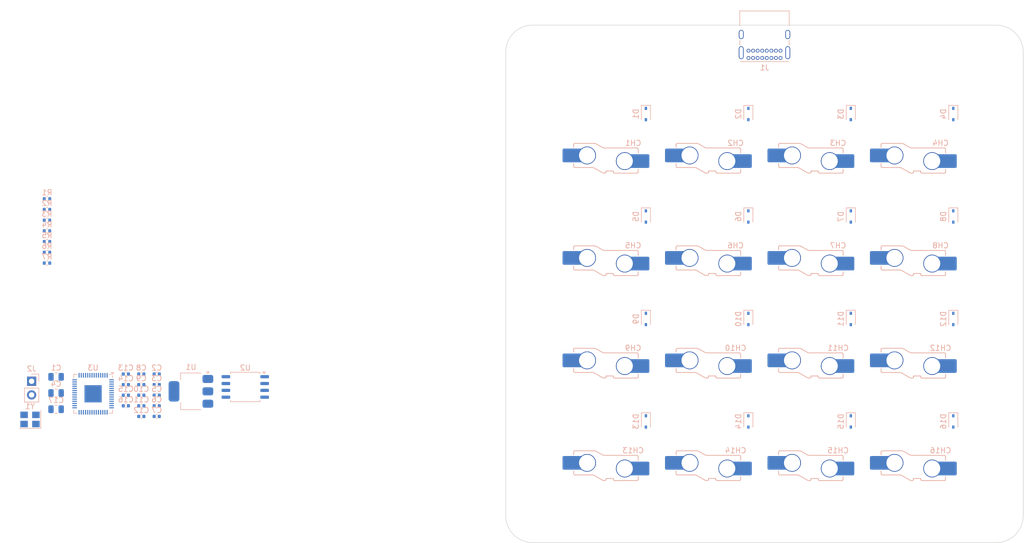
<source format=kicad_pcb>
(kicad_pcb (version 20240108) (generator "pcbnew") (generator_version "8.0")
  (layers (0 "F.Cu" signal) (31 "B.Cu" signal) (34 "B.Paste" user) (35 "F.Paste" user) (36 "B.SilkS" user "B.Silkscreen") (37 "F.SilkS" user "F.Silkscreen") (38 "B.Mask" user) (39 "F.Mask" user) (44 "Edge.Cuts" user))
  (net 0 "")
  (net 1 "VBUS")
  (net 2 "GND")
  (net 3 "/XIN")
  (net 4 "Net-(C3-Pad2)")
  (net 5 "+3V3")
  (net 6 "+1V1")
  (net 7 "Net-(D1-A)")
  (net 8 "/GPIO0")
  (net 9 "/GPIO1")
  (net 10 "Net-(D2-A)")
  (net 11 "/GPIO2")
  (net 12 "Net-(D3-A)")
  (net 13 "Net-(D4-A)")
  (net 14 "/GPIO3")
  (net 15 "Net-(D5-A)")
  (net 16 "Net-(D6-A)")
  (net 17 "Net-(D7-A)")
  (net 18 "Net-(D8-A)")
  (net 19 "Net-(D9-A)")
  (net 20 "Net-(D10-A)")
  (net 21 "Net-(D11-A)")
  (net 22 "Net-(D12-A)")
  (net 23 "Net-(D13-A)")
  (net 24 "Net-(D14-A)")
  (net 25 "Net-(D15-A)")
  (net 26 "Net-(D16-A)")
  (net 27 "/GPIO4")
  (net 28 "/GPIO5")
  (net 29 "/GPIO6")
  (net 30 "/GPIO7")
  (net 31 "/USB_DP")
  (net 33 "Net-(J1-CC2)")
  (net 34 "/USB_DM")
  (net 35 "Net-(J1-CC1)")
  (net 37 "/~{USB_BOOT}")
  (net 38 "/QSPI_SS")
  (net 39 "Net-(U3-USB_DP)")
  (net 40 "Net-(U3-USB_DM)")
  (net 41 "/XOUT")
  (net 42 "/QSPI_SD3")
  (net 43 "/QSPI_SCLK")
  (net 44 "/QSPI_SD1")
  (net 45 "/QSPI_SD0")
  (net 46 "/QSPI_SD2")
  (footprint "MountingHole:MountingHole_3.2mm_M3" (layer "F.Cu") (at 187.4 5)
    (property "Reference" "H2" (hide yes))
    (property "Value" "MountingHole")
    (pad "" np_thru_hole circle (at 0 0) (size 3.2 3.2) (drill 3.2) (layers "*.Cu" "*.Mask"))
  )
  (footprint "MountingHole:MountingHole_3.2mm_M3" (layer "F.Cu") (at 187.4 91.2)
    (property "Reference" "H4" (hide yes))
    (property "Value" "MountingHole")
    (pad "" np_thru_hole circle (at 0 0) (size 3.2 3.2) (drill 3.2) (layers "*.Cu" "*.Mask"))
  )
  (footprint "MountingHole:MountingHole_3.2mm_M3" (layer "F.Cu") (at 101.2 5)
    (property "Reference" "H1" (hide yes))
    (property "Value" "MountingHole")
    (pad "" np_thru_hole circle (at 0 0) (size 3.2 3.2) (drill 3.2) (layers "*.Cu" "*.Mask"))
  )
  (footprint "MountingHole:MountingHole_3.2mm_M3" (layer "F.Cu") (at 101.2 91.2)
    (property "Reference" "H3" (hide yes))
    (property "Value" "MountingHole")
    (pad "" np_thru_hole circle (at 0 0) (size 3.2 3.2) (drill 3.2) (layers "*.Cu" "*.Mask"))
  )
  (footprint "Diode_SMD:D_SOD-323" (layer "B.Cu") (at 141.3 54.625 -90)
    (property "Reference" "D10" (at 0 1.85 90) (layer "B.SilkS") (effects (justify mirror)))
    (property "Value" "1N5819WS")
    (pad "1" smd roundrect (at -1.05 0 270) (size 0.6 0.45) (layers "B.Cu" "B.Paste" "B.Mask") (net 29 "/GPIO6"))
    (pad "2" smd roundrect (at 1.05 0 270) (size 0.6 0.45) (layers "B.Cu" "B.Paste" "B.Mask") (net 20 "Net-(D10-A)"))
  )
  (footprint "Diode_SMD:D_SOD-323" (layer "B.Cu") (at 141.3 16.525 -90)
    (property "Reference" "D2" (at 0 1.85 90) (layer "B.SilkS") (effects (justify mirror)))
    (property "Value" "1N5819WS")
    (pad "1" smd roundrect (at -1.05 0 270) (size 0.6 0.45) (layers "B.Cu" "B.Paste" "B.Mask") (net 27 "/GPIO4"))
    (pad "2" smd roundrect (at 1.05 0 270) (size 0.6 0.45) (layers "B.Cu" "B.Paste" "B.Mask") (net 10 "Net-(D2-A)"))
  )
  (footprint "PCM_marbastlib-xp-gateron_lp:SW_KS33_HS_KS-2P02B01-02_HS_1u" (layer "B.Cu") (at 115.725 57.625 180)
    (property "Reference" "CH9" (at -4.155 -2.4 0) (layer "B.SilkS") (effects (justify mirror)))
    (property "Value" "KS33_SW_HS")
    (pad "" np_thru_hole circle (at 0 0) (size 5.25 5.25) (drill 5.25) (layers "F&B.Cu" "*.Mask"))
    (pad "1" thru_hole circle (at 4.4 -4.7 180) (size 3.3 3.3) (drill 3) (layers "*.Cu" "B.Mask") (net 8 "/GPIO0"))
    (pad "1" smd rect (at 5.95 -4.7 180) (size 1.2 2.55) (layers "B.Cu") (net 8 "/GPIO0"))
    (pad "1" smd roundrect (at 7.645 -4.7 180) (size 2.65 2.55) (layers "B.Cu" "B.Paste" "B.Mask") (roundrect_rratio 0.1) (net 8 "/GPIO0"))
    (pad "2" smd roundrect (at -5.845 -5.75 180) (size 2.65 2.55) (layers "B.Cu" "B.Paste" "B.Mask") (roundrect_rratio 0.1) (net 19 "Net-(D9-A)"))
    (pad "2" smd rect (at -4.15 -5.75) (size 1.2 2.55) (layers "B.Cu") (net 19 "Net-(D9-A)"))
    (pad "2" thru_hole circle (at -2.6 -5.75 180) (size 3.3 3.3) (drill 3) (layers "*.Cu" "B.Mask") (net 19 "Net-(D9-A)"))
  )
  (footprint "Package_TO_SOT_SMD:SOT-223-3_TabPin2" (layer "B.Cu") (at 37.670236 68.08 180)
    (property "Reference" "U1" (at 0 4.5 0) (layer "B.SilkS") (effects (justify mirror)))
    (property "Value" "NCP1117-3.3_SOT223")
    (pad "1" smd roundrect (at -3.15 2.3 180) (size 2 1.5) (layers "B.Cu" "B.Paste" "B.Mask") (net 2 "GND"))
    (pad "2" smd roundrect (at -3.15 0 180) (size 2 1.5) (layers "B.Cu" "B.Paste" "B.Mask") (net 5 "+3V3"))
    (pad "2" smd roundrect (at 3.15 0 180) (size 2 3.8) (layers "B.Cu" "B.Paste" "B.Mask") (net 5 "+3V3"))
    (pad "3" smd roundrect (at -3.15 -2.3 180) (size 2 1.5) (layers "B.Cu" "B.Paste" "B.Mask") (net 1 "VBUS"))
  )
  (footprint "PCM_marbastlib-xp-gateron_lp:SW_KS33_HS_KS-2P02B01-02_HS_1u" (layer "B.Cu") (at 134.775 38.575 180)
    (property "Reference" "CH6" (at -4.155 -2.4 0) (layer "B.SilkS") (effects (justify mirror)))
    (property "Value" "KS33_SW_HS")
    (pad "" np_thru_hole circle (at 0 0) (size 5.25 5.25) (drill 5.25) (layers "F&B.Cu" "*.Mask"))
    (pad "1" thru_hole circle (at 4.4 -4.7 180) (size 3.3 3.3) (drill 3) (layers "*.Cu" "B.Mask") (net 9 "/GPIO1"))
    (pad "1" smd rect (at 5.95 -4.7 180) (size 1.2 2.55) (layers "B.Cu") (net 9 "/GPIO1"))
    (pad "1" smd roundrect (at 7.645 -4.7 180) (size 2.65 2.55) (layers "B.Cu" "B.Paste" "B.Mask") (roundrect_rratio 0.1) (net 9 "/GPIO1"))
    (pad "2" smd roundrect (at -5.845 -5.75 180) (size 2.65 2.55) (layers "B.Cu" "B.Paste" "B.Mask") (roundrect_rratio 0.1) (net 16 "Net-(D6-A)"))
    (pad "2" smd rect (at -4.15 -5.75) (size 1.2 2.55) (layers "B.Cu") (net 16 "Net-(D6-A)"))
    (pad "2" thru_hole circle (at -2.6 -5.75 180) (size 3.3 3.3) (drill 3) (layers "*.Cu" "B.Mask") (net 16 "Net-(D6-A)"))
  )
  (footprint "PCM_marbastlib-xp-gateron_lp:SW_KS33_HS_KS-2P02B01-02_HS_1u" (layer "B.Cu") (at 153.825 38.575 180)
    (property "Reference" "CH7" (at -4.155 -2.4 0) (layer "B.SilkS") (effects (justify mirror)))
    (property "Value" "KS33_SW_HS")
    (pad "" np_thru_hole circle (at 0 0) (size 5.25 5.25) (drill 5.25) (layers "F&B.Cu" "*.Mask"))
    (pad "1" thru_hole circle (at 4.4 -4.7 180) (size 3.3 3.3) (drill 3) (layers "*.Cu" "B.Mask") (net 11 "/GPIO2"))
    (pad "1" smd rect (at 5.95 -4.7 180) (size 1.2 2.55) (layers "B.Cu") (net 11 "/GPIO2"))
    (pad "1" smd roundrect (at 7.645 -4.7 180) (size 2.65 2.55) (layers "B.Cu" "B.Paste" "B.Mask") (roundrect_rratio 0.1) (net 11 "/GPIO2"))
    (pad "2" smd roundrect (at -5.845 -5.75 180) (size 2.65 2.55) (layers "B.Cu" "B.Paste" "B.Mask") (roundrect_rratio 0.1) (net 17 "Net-(D7-A)"))
    (pad "2" smd rect (at -4.15 -5.75) (size 1.2 2.55) (layers "B.Cu") (net 17 "Net-(D7-A)"))
    (pad "2" thru_hole circle (at -2.6 -5.75 180) (size 3.3 3.3) (drill 3) (layers "*.Cu" "B.Mask") (net 17 "Net-(D7-A)"))
  )
  (footprint "Crystal:Crystal_SMD_3225-4Pin_3.2x2.5mm" (layer "B.Cu") (at 7.750236 73.305 180)
    (property "Reference" "Y1" (at 0 2.45 0) (layer "B.SilkS") (effects (justify mirror)))
    (property "Value" "Crystal_GND24")
    (pad "1" smd rect (at -1.1 -0.85 180) (size 1.4 1.2) (layers "B.Cu" "B.Paste" "B.Mask") (net 3 "/XIN"))
    (pad "2" smd rect (at 1.1 -0.85 180) (size 1.4 1.2) (layers "B.Cu" "B.Paste" "B.Mask") (net 2 "GND"))
    (pad "3" smd rect (at 1.1 0.85 180) (size 1.4 1.2) (layers "B.Cu" "B.Paste" "B.Mask") (net 4 "Net-(C3-Pad2)"))
    (pad "4" smd rect (at -1.1 0.85 180) (size 1.4 1.2) (layers "B.Cu" "B.Paste" "B.Mask") (net 2 "GND"))
  )
  (footprint "Capacitor_SMD:C_0402_1005Metric" (layer "B.Cu") (at 31.310236 70.775 180)
    (property "Reference" "C6" (at 0 1.16 0) (layer "B.SilkS") (effects (justify mirror)))
    (property "Value" "100n")
    (pad "1" smd roundrect (at -0.48 0 180) (size 0.56 0.62) (layers "B.Cu" "B.Paste" "B.Mask") (net 6 "+1V1"))
    (pad "2" smd roundrect (at 0.48 0 180) (size 0.56 0.62) (layers "B.Cu" "B.Paste" "B.Mask") (net 2 "GND"))
  )
  (footprint "PCM_marbastlib-xp-gateron_lp:SW_KS33_HS_KS-2P02B01-02_HS_1u" (layer "B.Cu") (at 115.725 38.575 180)
    (property "Reference" "CH5" (at -4.155 -2.4 0) (layer "B.SilkS") (effects (justify mirror)))
    (property "Value" "KS33_SW_HS")
    (pad "" np_thru_hole circle (at 0 0) (size 5.25 5.25) (drill 5.25) (layers "F&B.Cu" "*.Mask"))
    (pad "1" thru_hole circle (at 4.4 -4.7 180) (size 3.3 3.3) (drill 3) (layers "*.Cu" "B.Mask") (net 8 "/GPIO0"))
    (pad "1" smd rect (at 5.95 -4.7 180) (size 1.2 2.55) (layers "B.Cu") (net 8 "/GPIO0"))
    (pad "1" smd roundrect (at 7.645 -4.7 180) (size 2.65 2.55) (layers "B.Cu" "B.Paste" "B.Mask") (roundrect_rratio 0.1) (net 8 "/GPIO0"))
    (pad "2" smd roundrect (at -5.845 -5.75 180) (size 2.65 2.55) (layers "B.Cu" "B.Paste" "B.Mask") (roundrect_rratio 0.1) (net 15 "Net-(D5-A)"))
    (pad "2" smd rect (at -4.15 -5.75) (size 1.2 2.55) (layers "B.Cu") (net 15 "Net-(D5-A)"))
    (pad "2" thru_hole circle (at -2.6 -5.75 180) (size 3.3 3.3) (drill 3) (layers "*.Cu" "B.Mask") (net 15 "Net-(D5-A)"))
  )
  (footprint "Diode_SMD:D_SOD-323" (layer "B.Cu") (at 160.35 35.575 -90)
    (property "Reference" "D7" (at 0 1.85 90) (layer "B.SilkS") (effects (justify mirror)))
    (property "Value" "1N5819WS")
    (pad "1" smd roundrect (at -1.05 0 270) (size 0.6 0.45) (layers "B.Cu" "B.Paste" "B.Mask") (net 28 "/GPIO5"))
    (pad "2" smd roundrect (at 1.05 0 270) (size 0.6 0.45) (layers "B.Cu" "B.Paste" "B.Mask") (net 17 "Net-(D7-A)"))
  )
  (footprint "PCM_marbastlib-xp-gateron_lp:SW_KS33_HS_KS-2P02B01-02_HS_1u" (layer "B.Cu") (at 134.775 57.625 180)
    (property "Reference" "CH10" (at -4.155 -2.4 0) (layer "B.SilkS") (effects (justify mirror)))
    (property "Value" "KS33_SW_HS")
    (pad "" np_thru_hole circle (at 0 0) (size 5.25 5.25) (drill 5.25) (layers "F&B.Cu" "*.Mask"))
    (pad "1" thru_hole circle (at 4.4 -4.7 180) (size 3.3 3.3) (drill 3) (layers "*.Cu" "B.Mask") (net 9 "/GPIO1"))
    (pad "1" smd rect (at 5.95 -4.7 180) (size 1.2 2.55) (layers "B.Cu") (net 9 "/GPIO1"))
    (pad "1" smd roundrect (at 7.645 -4.7 180) (size 2.65 2.55) (layers "B.Cu" "B.Paste" "B.Mask") (roundrect_rratio 0.1) (net 9 "/GPIO1"))
    (pad "2" smd roundrect (at -5.845 -5.75 180) (size 2.65 2.55) (layers "B.Cu" "B.Paste" "B.Mask") (roundrect_rratio 0.1) (net 20 "Net-(D10-A)"))
    (pad "2" smd rect (at -4.15 -5.75) (size 1.2 2.55) (layers "B.Cu") (net 20 "Net-(D10-A)"))
    (pad "2" thru_hole circle (at -2.6 -5.75 180) (size 3.3 3.3) (drill 3) (layers "*.Cu" "B.Mask") (net 20 "Net-(D10-A)"))
  )
  (footprint "PCM_marbastlib-xp-gateron_lp:SW_KS33_HS_KS-2P02B01-02_HS_1u" (layer "B.Cu") (at 153.825 57.625 180)
    (property "Reference" "CH11" (at -4.155 -2.4 0) (layer "B.SilkS") (effects (justify mirror)))
    (property "Value" "KS33_SW_HS")
    (pad "" np_thru_hole circle (at 0 0) (size 5.25 5.25) (drill 5.25) (layers "F&B.Cu" "*.Mask"))
    (pad "1" thru_hole circle (at 4.4 -4.7 180) (size 3.3 3.3) (drill 3) (layers "*.Cu" "B.Mask") (net 11 "/GPIO2"))
    (pad "1" smd rect (at 5.95 -4.7 180) (size 1.2 2.55) (layers "B.Cu") (net 11 "/GPIO2"))
    (pad "1" smd roundrect (at 7.645 -4.7 180) (size 2.65 2.55) (layers "B.Cu" "B.Paste" "B.Mask") (roundrect_rratio 0.1) (net 11 "/GPIO2"))
    (pad "2" smd roundrect (at -5.845 -5.75 180) (size 2.65 2.55) (layers "B.Cu" "B.Paste" "B.Mask") (roundrect_rratio 0.1) (net 21 "Net-(D11-A)"))
    (pad "2" smd rect (at -4.15 -5.75) (size 1.2 2.55) (layers "B.Cu") (net 21 "Net-(D11-A)"))
    (pad "2" thru_hole circle (at -2.6 -5.75 180) (size 3.3 3.3) (drill 3) (layers "*.Cu" "B.Mask") (net 21 "Net-(D11-A)"))
  )
  (footprint "Capacitor_SMD:C_0805_2012Metric" (layer "B.Cu") (at 12.600236 71.405 180)
    (property "Reference" "C17" (at 0 1.68 0) (layer "B.SilkS") (effects (justify mirror)))
    (property "Value" "10u")
    (pad "1" smd roundrect (at -0.95 0 180) (size 1 1.45) (layers "B.Cu" "B.Paste" "B.Mask") (net 5 "+3V3"))
    (pad "2" smd roundrect (at 0.95 0 180) (size 1 1.45) (layers "B.Cu" "B.Paste" "B.Mask") (net 2 "GND"))
  )
  (footprint "Capacitor_SMD:C_0402_1005Metric" (layer "B.Cu") (at 25.570236 70.775 180)
    (property "Reference" "C16" (at 0 1.16 0) (layer "B.SilkS") (effects (justify mirror)))
    (property "Value" "100n")
    (pad "1" smd roundrect (at -0.48 0 180) (size 0.56 0.62) (layers "B.Cu" "B.Paste" "B.Mask") (net 5 "+3V3"))
    (pad "2" smd roundrect (at 0.48 0 180) (size 0.56 0.62) (layers "B.Cu" "B.Paste" "B.Mask") (net 2 "GND"))
  )
  (footprint "Capacitor_SMD:C_0805_2012Metric" (layer "B.Cu") (at 12.600236 65.385 180)
    (property "Reference" "C1" (at 0 1.68 0) (layer "B.SilkS") (effects (justify mirror)))
    (property "Value" "10u")
    (pad "1" smd roundrect (at -0.95 0 180) (size 1 1.45) (layers "B.Cu" "B.Paste" "B.Mask") (net 1 "VBUS"))
    (pad "2" smd roundrect (at 0.95 0 180) (size 1 1.45) (layers "B.Cu" "B.Paste" "B.Mask") (net 2 "GND"))
  )
  (footprint "Diode_SMD:D_SOD-323" (layer "B.Cu") (at 160.35 73.675 -90)
    (property "Reference" "D15" (at 0 1.85 90) (layer "B.SilkS") (effects (justify mirror)))
    (property "Value" "1N5819WS")
    (pad "1" smd roundrect (at -1.05 0 270) (size 0.6 0.45) (layers "B.Cu" "B.Paste" "B.Mask") (net 30 "/GPIO7"))
    (pad "2" smd roundrect (at 1.05 0 270) (size 0.6 0.45) (layers "B.Cu" "B.Paste" "B.Mask") (net 25 "Net-(D15-A)"))
  )
  (footprint "PCM_marbastlib-xp-gateron_lp:SW_KS33_HS_KS-2P02B01-02_HS_1u" (layer "B.Cu") (at 172.875 19.525 180)
    (property "Reference" "CH4" (at -4.155 -2.4 0) (layer "B.SilkS") (effects (justify mirror)))
    (property "Value" "KS33_SW_HS")
    (pad "" np_thru_hole circle (at 0 0) (size 5.25 5.25) (drill 5.25) (layers "F&B.Cu" "*.Mask"))
    (pad "1" thru_hole circle (at 4.4 -4.7 180) (size 3.3 3.3) (drill 3) (layers "*.Cu" "B.Mask") (net 14 "/GPIO3"))
    (pad "1" smd rect (at 5.95 -4.7 180) (size 1.2 2.55) (layers "B.Cu") (net 14 "/GPIO3"))
    (pad "1" smd roundrect (at 7.645 -4.7 180) (size 2.65 2.55) (layers "B.Cu" "B.Paste" "B.Mask") (roundrect_rratio 0.1) (net 14 "/GPIO3"))
    (pad "2" smd roundrect (at -5.845 -5.75 180) (size 2.65 2.55) (layers "B.Cu" "B.Paste" "B.Mask") (roundrect_rratio 0.1) (net 13 "Net-(D4-A)"))
    (pad "2" smd rect (at -4.15 -5.75) (size 1.2 2.55) (layers "B.Cu") (net 13 "Net-(D4-A)"))
    (pad "2" thru_hole circle (at -2.6 -5.75 180) (size 3.3 3.3) (drill 3) (layers "*.Cu" "B.Mask") (net 13 "Net-(D4-A)"))
  )
  (footprint "Resistor_SMD:R_0402_1005Metric" (layer "B.Cu") (at 10.910236 34.285 180)
    (property "Reference" "R2" (at 0 1.17 0) (layer "B.SilkS") (effects (justify mirror)))
    (property "Value" "DNF")
    (pad "1" smd roundrect (at -0.51 0 180) (size 0.54 0.64) (layers "B.Cu" "B.Paste" "B.Mask") (net 38 "/QSPI_SS"))
    (pad "2" smd roundrect (at 0.51 0 180) (size 0.54 0.64) (layers "B.Cu" "B.Paste" "B.Mask") (net 5 "+3V3"))
  )
  (footprint "Capacitor_SMD:C_0402_1005Metric" (layer "B.Cu") (at 28.440236 68.805 180)
    (property "Reference" "C10" (at 0 1.16 0) (layer "B.SilkS") (effects (justify mirror)))
    (property "Value" "1u")
    (pad "1" smd roundrect (at -0.48 0 180) (size 0.56 0.62) (layers "B.Cu" "B.Paste" "B.Mask") (net 5 "+3V3"))
    (pad "2" smd roundrect (at 0.48 0 180) (size 0.56 0.62) (layers "B.Cu" "B.Paste" "B.Mask") (net 2 "GND"))
  )
  (footprint "Connector_USB:USB_C_Receptacle_GCT_USB4085" (layer "B.Cu") (at 141.325 6.1)
    (property "Reference" "J1" (at 2.975 1.8 360) (layer "B.SilkS") (effects (justify mirror)))
    (property "Value" "USB_C_Receptacle_USB2.0_16P")
    (pad "A1" thru_hole circle (at 0 0) (size 0.7 0.7) (drill 0.4) (layers "*.Cu" "*.Mask") (net 2 "GND"))
    (pad "A4" thru_hole circle (at 0.85 0) (size 0.7 0.7) (drill 0.4) (layers "*.Cu" "*.Mask") (net 1 "VBUS"))
    (pad "A5" thru_hole circle (at 1.7 0) (size 0.7 0.7) (drill 0.4) (layers "*.Cu" "*.Mask") (net 35 "Net-(J1-CC1)"))
    (pad "A6" thru_hole circle (at 2.55 0) (size 0.7 0.7) (drill 0.4) (layers "*.Cu" "*.Mask") (net 31 "/USB_DP"))
    (pad "A7" thru_hole circle (at 3.4 0) (size 0.7 0.7) (drill 0.4) (layers "*.Cu" "*.Mask") (net 34 "/USB_DM"))
    (pad "A8" thru_hole circle (at 4.25 0) (size 0.7 0.7) (drill 0.4) (layers "*.Cu" "*.Mask"))
    (pad "A9" thru_hole circle (at 5.1 0) (size 0.7 0.7) (drill 0.4) (layers "*.Cu" "*.Mask") (net 1 "VBUS"))
    (pad "A12" thru_hole circle (at 5.95 0) (size 0.7 0.7) (drill 0.4) (layers "*.Cu" "*.Mask") (net 2 "GND"))
    (pad "B1" thru_hole circle (at 5.95 -1.35) (size 0.7 0.7) (drill 0.4) (layers "*.Cu" "*.Mask") (net 2 "GND"))
    (pad "B4" thru_hole circle (at 5.1 -1.35) (size 0.7 0.7) (drill 0.4) (layers "*.Cu" "*.Mask") (net 1 "VBUS"))
    (pad "B5" thru_hole circle (at 4.25 -1.35) (size 0.7 0.7) (drill 0.4) (layers "*.Cu" "*.Mask") (net 33 "Net-(J1-CC2)"))
    (pad "B6" thru_hole circle (at 3.4 -1.35) (size 0.7 0.7) (drill 0.4) (layers "*.Cu" "*.Mask") (net 31 "/USB_DP"))
    (pad "B7" thru_hole circle (at 2.55 -1.35) (size 0.7 0.7) (drill 0.4) (layers "*.Cu" "*.Mask") (net 34 "/USB_DM"))
    (pad "B8" thru_hole circle (at 1.7 -1.35) (size 0.7 0.7) (drill 0.4) (layers "*.Cu" "*.Mask"))
    (pad "B9" thru_hole circle (at 0.85 -1.35) (size 0.7 0.7) (drill 0.4) (layers "*.Cu" "*.Mask") (net 1 "VBUS"))
    (pad "B12" thru_hole circle (at 0 -1.35) (size 0.7 0.7) (drill 0.4) (layers "*.Cu" "*.Mask") (net 2 "GND"))
    (pad "S1" thru_hole oval (at -1.35 -4.36) (size 0.9 1.7) (drill oval 0.6 1.4) (layers "*.Cu" "*.Mask") (net 2 "GND"))
    (pad "S1" thru_hole oval (at -1.35 -0.98) (size 0.9 2.4) (drill oval 0.6 2.1) (layers "*.Cu" "*.Mask") (net 2 "GND"))
    (pad "S1" thru_hole oval (at 7.3 -4.36) (size 0.9 1.7) (drill oval 0.6 1.4) (layers "*.Cu" "*.Mask") (net 2 "GND"))
    (pad "S1" thru_hole oval (at 7.3 -0.98) (size 0.9 2.4) (drill oval 0.6 2.1) (layers "*.Cu" "*.Mask") (net 2 "GND"))
  )
  (footprint "Resistor_SMD:R_0402_1005Metric" (layer "B.Cu") (at 10.910236 40.255 180)
    (property "Reference" "R5" (at 0 1.17 0) (layer "B.SilkS") (effects (justify mirror)))
    (property "Value" "1k")
    (pad "1" smd roundrect (at -0.51 0 180) (size 0.54 0.64) (layers "B.Cu" "B.Paste" "B.Mask") (net 4 "Net-(C3-Pad2)"))
    (pad "2" smd roundrect (at 0.51 0 180) (size 0.54 0.64) (layers "B.Cu" "B.Paste" "B.Mask") (net 41 "/XOUT"))
  )
  (footprint "Diode_SMD:D_SOD-323" (layer "B.Cu") (at 141.3 73.675 -90)
    (property "Reference" "D14" (at 0 1.85 90) (layer "B.SilkS") (effects (justify mirror)))
    (property "Value" "1N5819WS")
    (pad "1" smd roundrect (at -1.05 0 270) (size 0.6 0.45) (layers "B.Cu" "B.Paste" "B.Mask") (net 30 "/GPIO7"))
    (pad "2" smd roundrect (at 1.05 0 270) (size 0.6 0.45) (layers "B.Cu" "B.Paste" "B.Mask") (net 24 "Net-(D14-A)"))
  )
  (footprint "Capacitor_SMD:C_0402_1005Metric" (layer "B.Cu") (at 31.310236 66.835 180)
    (property "Reference" "C3" (at 0 1.16 0) (layer "B.SilkS") (effects (justify mirror)))
    (property "Value" "15p")
    (pad "1" smd roundrect (at -0.48 0 180) (size 0.56 0.62) (layers "B.Cu" "B.Paste" "B.Mask") (net 2 "GND"))
    (pad "2" smd roundrect (at 0.48 0 180) (size 0.56 0.62) (layers "B.Cu" "B.Paste" "B.Mask") (net 4 "Net-(C3-Pad2)"))
  )
  (footprint "PCM_marbastlib-xp-gateron_lp:SW_KS33_HS_KS-2P02B01-02_HS_1u" (layer "B.Cu") (at 172.875 57.625 180)
    (property "Reference" "CH12" (at -4.155 -2.4 0) (layer "B.SilkS") (effects (justify mirror)))
    (property "Value" "KS33_SW_HS")
    (pad "" np_thru_hole circle (at 0 0) (size 5.25 5.25) (drill 5.25) (layers "F&B.Cu" "*.Mask"))
    (pad "1" thru_hole circle (at 4.4 -4.7 180) (size 3.3 3.3) (drill 3) (layers "*.Cu" "B.Mask") (net 14 "/GPIO3"))
    (pad "1" smd rect (at 5.95 -4.7 180) (size 1.2 2.55) (layers "B.Cu") (net 14 "/GPIO3"))
    (pad "1" smd roundrect (at 7.645 -4.7 180) (size 2.65 2.55) (layers "B.Cu" "B.Paste" "B.Mask") (roundrect_rratio 0.1) (net 14 "/GPIO3"))
    (pad "2" smd roundrect (at -5.845 -5.75 180) (size 2.65 2.55) (layers "B.Cu" "B.Paste" "B.Mask") (roundrect_rratio 0.1) (net 22 "Net-(D12-A)"))
    (pad "2" smd rect (at -4.15 -5.75) (size 1.2 2.55) (layers "B.Cu") (net 22 "Net-(D12-A)"))
    (pad "2" thru_hole circle (at -2.6 -5.75 180) (size 3.3 3.3) (drill 3) (layers "*.Cu" "B.Mask") (net 22 "Net-(D12-A)"))
  )
  (footprint "Capacitor_SMD:C_0805_2012Metric" (layer "B.Cu") (at 12.600236 68.395 180)
    (property "Reference" "C4" (at 0 1.68 0) (layer "B.SilkS") (effects (justify mirror)))
    (property "Value" "10u")
    (pad "1" smd roundrect (at -0.95 0 180) (size 1 1.45) (layers "B.Cu" "B.Paste" "B.Mask") (net 5 "+3V3"))
    (pad "2" smd roundrect (at 0.95 0 180) (size 1 1.45) (layers "B.Cu" "B.Paste" "B.Mask") (net 2 "GND"))
  )
  (footprint "Capacitor_SMD:C_0402_1005Metric" (layer "B.Cu") (at 25.570236 64.865 180)
    (property "Reference" "C13" (at 0 1.16 0) (layer "B.SilkS") (effects (justify mirror)))
    (property "Value" "100n")
    (pad "1" smd roundrect (at -0.48 0 180) (size 0.56 0.62) (layers "B.Cu" "B.Paste" "B.Mask") (net 5 "+3V3"))
    (pad "2" smd roundrect (at 0.48 0 180) (size 0.56 0.62) (layers "B.Cu" "B.Paste" "B.Mask") (net 2 "GND"))
  )
  (footprint "Capacitor_SMD:C_0402_1005Metric" (layer "B.Cu") (at 31.310236 72.745 180)
    (property "Reference" "C7" (at 0 1.16 0) (layer "B.SilkS") (effects (justify mirror)))
    (property "Value" "100n")
    (pad "1" smd roundrect (at -0.48 0 180) (size 0.56 0.62) (layers "B.Cu" "B.Paste" "B.Mask") (net 6 "+1V1"))
    (pad "2" smd roundrect (at 0.48 0 180) (size 0.56 0.62) (layers "B.Cu" "B.Paste" "B.Mask") (net 2 "GND"))
  )
  (footprint "Diode_SMD:D_SOD-323" (layer "B.Cu") (at 179.4 54.625 -90)
    (property "Reference" "D12" (at 0 1.85 90) (layer "B.SilkS") (effects (justify mirror)))
    (property "Value" "1N5819WS")
    (pad "1" smd roundrect (at -1.05 0 270) (size 0.6 0.45) (layers "B.Cu" "B.Paste" "B.Mask") (net 29 "/GPIO6"))
    (pad "2" smd roundrect (at 1.05 0 270) (size 0.6 0.45) (layers "B.Cu" "B.Paste" "B.Mask") (net 22 "Net-(D12-A)"))
  )
  (footprint "Connector_PinHeader_2.54mm:PinHeader_1x02_P2.54mm_Vertical" (layer "B.Cu") (at 8.050236 66.205 180)
    (property "Reference" "J2" (at 0 2.33 0) (layer "B.SilkS") (effects (justify mirror)))
    (property "Value" "Conn_01x02")
    (pad "1" thru_hole rect (at 0 0 180) (size 1.7 1.7) (drill 1) (layers "*.Cu" "*.Mask") (net 37 "/~{USB_BOOT}"))
    (pad "2" thru_hole oval (at 0 -2.54 180) (size 1.7 1.7) (drill 1) (layers "*.Cu" "*.Mask") (net 2 "GND"))
  )
  (footprint "Diode_SMD:D_SOD-323" (layer "B.Cu") (at 122.25 73.675 -90)
    (property "Reference" "D13" (at 0 1.85 90) (layer "B.SilkS") (effects (justify mirror)))
    (property "Value" "1N5819WS")
    (pad "1" smd roundrect (at -1.05 0 270) (size 0.6 0.45) (layers "B.Cu" "B.Paste" "B.Mask") (net 30 "/GPIO7"))
    (pad "2" smd roundrect (at 1.05 0 270) (size 0.6 0.45) (layers "B.Cu" "B.Paste" "B.Mask") (net 23 "Net-(D13-A)"))
  )
  (footprint "Resistor_SMD:R_0402_1005Metric" (layer "B.Cu") (at 10.910236 36.275 180)
    (property "Reference" "R3" (at 0 1.17 0) (layer "B.SilkS") (effects (justify mirror)))
    (property "Value" "27")
    (pad "1" smd roundrect (at -0.51 0 180) (size 0.54 0.64) (layers "B.Cu" "B.Paste" "B.Mask") (net 31 "/USB_DP"))
    (pad "2" smd roundrect (at 0.51 0 180) (size 0.54 0.64) (layers "B.Cu" "B.Paste" "B.Mask") (net 39 "Net-(U3-USB_DP)"))
  )
  (footprint "Diode_SMD:D_SOD-323" (layer "B.Cu") (at 179.4 73.675 -90)
    (property "Reference" "D16" (at 0 1.85 90) (layer "B.SilkS") (effects (justify mirror)))
    (property "Value" "1N5819WS")
    (pad "1" smd roundrect (at -1.05 0 270) (size 0.6 0.45) (layers "B.Cu" "B.Paste" "B.Mask") (net 30 "/GPIO7"))
    (pad "2" smd roundrect (at 1.05 0 270) (size 0.6 0.45) (layers "B.Cu" "B.Paste" "B.Mask") (net 26 "Net-(D16-A)"))
  )
  (footprint "Capacitor_SMD:C_0402_1005Metric" (layer "B.Cu") (at 28.440236 64.865 180)
    (property "Reference" "C8" (at 0 1.16 0) (layer "B.SilkS") (effects (justify mirror)))
    (property "Value" "1u")
    (pad "1" smd roundrect (at -0.48 0 180) (size 0.56 0.62) (layers "B.Cu" "B.Paste" "B.Mask") (net 6 "+1V1"))
    (pad "2" smd roundrect (at 0.48 0 180) (size 0.56 0.62) (layers "B.Cu" "B.Paste" "B.Mask") (net 2 "GND"))
  )
  (footprint "Package_SO:SOIC-8_5.23x5.23mm_P1.27mm" (layer "B.Cu") (at 47.770236 67.265 180)
    (property "Reference" "U2" (at 0 3.56 0) (layer "B.SilkS") (effects (justify mirror)))
    (property "Value" "W25Q128JVS")
    (pad "1" smd roundrect (at -3.6 1.905 180) (size 1.6 0.6) (layers "B.Cu" "B.Paste" "B.Mask") (net 38 "/QSPI_SS"))
    (pad "2" smd roundrect (at -3.6 0.635 180) (size 1.6 0.6) (layers "B.Cu" "B.Paste" "B.Mask") (net 44 "/QSPI_SD1"))
    (pad "3" smd roundrect (at -3.6 -0.635 180) (size 1.6 0.6) (layers "B.Cu" "B.Paste" "B.Mask") (net 46 "/QSPI_SD2"))
    (pad "4" smd roundrect (at -3.6 -1.905 180) (size 1.6 0.6) (layers "B.Cu" "B.Paste" "B.Mask") (net 2 "GND"))
    (pad "5" smd roundrect (at 3.6 -1.905 180) (size 1.6 0.6) (layers "B.Cu" "B.Paste" "B.Mask") (net 45 "/QSPI_SD0"))
    (pad "6" smd roundrect (at 3.6 -0.635 180) (size 1.6 0.6) (layers "B.Cu" "B.Paste" "B.Mask") (net 43 "/QSPI_SCLK"))
    (pad "7" smd roundrect (at 3.6 0.635 180) (size 1.6 0.6) (layers "B.Cu" "B.Paste" "B.Mask") (net 42 "/QSPI_SD3"))
    (pad "8" smd roundrect (at 3.6 1.905 180) (size 1.6 0.6) (layers "B.Cu" "B.Paste" "B.Mask") (net 5 "+3V3"))
  )
  (footprint "Capacitor_SMD:C_0402_1005Metric" (layer "B.Cu") (at 31.310236 68.805 180)
    (property "Reference" "C5" (at 0 1.16 0) (layer "B.SilkS") (effects (justify mirror)))
    (property "Value" "100n")
    (pad "1" smd roundrect (at -0.48 0 180) (size 0.56 0.62) (layers "B.Cu" "B.Paste" "B.Mask") (net 5 "+3V3"))
    (pad "2" smd roundrect (at 0.48 0 180) (size 0.56 0.62) (layers "B.Cu" "B.Paste" "B.Mask") (net 2 "GND"))
  )
  (footprint "Resistor_SMD:R_0402_1005Metric" (layer "B.Cu") (at 10.910236 44.235 180)
    (property "Reference" "R7" (at 0 1.17 0) (layer "B.SilkS") (effects (justify mirror)))
    (property "Value" "5.1k")
    (pad "1" smd roundrect (at -0.51 0 180) (size 0.54 0.64) (layers "B.Cu" "B.Paste" "B.Mask") (net 33 "Net-(J1-CC2)"))
    (pad "2" smd roundrect (at 0.51 0 180) (size 0.54 0.64) (layers "B.Cu" "B.Paste" "B.Mask") (net 2 "GND"))
  )
  (footprint "Resistor_SMD:R_0402_1005Metric" (layer "B.Cu") (at 10.910236 38.265 180)
    (property "Reference" "R4" (at 0 1.17 0) (layer "B.SilkS") (effects (justify mirror)))
    (property "Value" "27")
    (pad "1" smd roundrect (at -0.51 0 180) (size 0.54 0.64) (layers "B.Cu" "B.Paste" "B.Mask") (net 34 "/USB_DM"))
    (pad "2" smd roundrect (at 0.51 0 180) (size 0.54 0.64) (layers "B.Cu" "B.Paste" "B.Mask") (net 40 "Net-(U3-USB_DM)"))
  )
  (footprint "Resistor_SMD:R_0402_1005Metric" (layer "B.Cu") (at 10.910236 42.245 180)
    (property "Reference" "R6" (at 0 1.17 0) (layer "B.SilkS") (effects (justify mirror)))
    (property "Value" "5.1k")
    (pad "1" smd roundrect (at -0.51 0 180) (size 0.54 0.64) (layers "B.Cu" "B.Paste" "B.Mask") (net 35 "Net-(J1-CC1)"))
    (pad "2" smd roundrect (at 0.51 0 180) (size 0.54 0.64) (layers "B.Cu" "B.Paste" "B.Mask") (net 2 "GND"))
  )
  (footprint "Resistor_SMD:R_0402_1005Metric" (layer "B.Cu") (at 10.910236 32.295 180)
    (property "Reference" "R1" (at 0 1.17 0) (layer "B.SilkS") (effects (justify mirror)))
    (property "Value" "1k")
    (pad "1" smd roundrect (at -0.51 0 180) (size 0.54 0.64) (layers "B.Cu" "B.Paste" "B.Mask") (net 38 "/QSPI_SS"))
    (pad "2" smd roundrect (at 0.51 0 180) (size 0.54 0.64) (layers "B.Cu" "B.Paste" "B.Mask") (net 37 "/~{USB_BOOT}"))
  )
  (footprint "Capacitor_SMD:C_0402_1005Metric" (layer "B.Cu") (at 28.440236 70.775 180)
    (property "Reference" "C11" (at 0 1.16 0) (layer "B.SilkS") (effects (justify mirror)))
    (property "Value" "100n")
    (pad "1" smd roundrect (at -0.48 0 180) (size 0.56 0.62) (layers "B.Cu" "B.Paste" "B.Mask") (net 5 "+3V3"))
    (pad "2" smd roundrect (at 0.48 0 180) (size 0.56 0.62) (layers "B.Cu" "B.Paste" "B.Mask") (net 2 "GND"))
  )
  (footprint "Capacitor_SMD:C_0402_1005Metric" (layer "B.Cu") (at 28.440236 66.835 180)
    (property "Reference" "C9" (at 0 1.16 0) (layer "B.SilkS") (effects (justify mirror)))
    (property "Value" "100n")
    (pad "1" smd roundrect (at -0.48 0 180) (size 0.56 0.62) (layers "B.Cu" "B.Paste" "B.Mask") (net 5 "+3V3"))
    (pad "2" smd roundrect (at 0.48 0 180) (size 0.56 0.62) (layers "B.Cu" "B.Paste" "B.Mask") (net 2 "GND"))
  )
  (footprint "Diode_SMD:D_SOD-323" (layer "B.Cu") (at 141.3 35.575 -90)
    (property "Reference" "D6" (at 0 1.85 90) (layer "B.SilkS") (effects (justify mirror)))
    (property "Value" "1N5819WS")
    (pad "1" smd roundrect (at -1.05 0 270) (size 0.6 0.45) (layers "B.Cu" "B.Paste" "B.Mask") (net 28 "/GPIO5"))
    (pad "2" smd roundrect (at 1.05 0 270) (size 0.6 0.45) (layers "B.Cu" "B.Paste" "B.Mask") (net 16 "Net-(D6-A)"))
  )
  (footprint "Diode_SMD:D_SOD-323" (layer "B.Cu") (at 160.35 54.625 -90)
    (property "Reference" "D11" (at 0 1.85 90) (layer "B.SilkS") (effects (justify mirror)))
    (property "Value" "1N5819WS")
    (pad "1" smd roundrect (at -1.05 0 270) (size 0.6 0.45) (layers "B.Cu" "B.Paste" "B.Mask") (net 29 "/GPIO6"))
    (pad "2" smd roundrect (at 1.05 0 270) (size 0.6 0.45) (layers "B.Cu" "B.Paste" "B.Mask") (net 21 "Net-(D11-A)"))
  )
  (footprint "Capacitor_SMD:C_0402_1005Metric" (layer "B.Cu") (at 31.310236 64.865 180)
    (property "Reference" "C2" (at 0 1.16 0) (layer "B.SilkS") (effects (justify mirror)))
    (property "Value" "15p")
    (pad "1" smd roundrect (at -0.48 0 180) (size 0.56 0.62) (layers "B.Cu" "B.Paste" "B.Mask") (net 2 "GND"))
    (pad "2" smd roundrect (at 0.48 0 180) (size 0.56 0.62) (layers "B.Cu" "B.Paste" "B.Mask") (net 3 "/XIN"))
  )
  (footprint "Capacitor_SMD:C_0402_1005Metric" (layer "B.Cu") (at 28.440236 72.745 180)
    (property "Reference" "C12" (at 0 1.16 0) (layer "B.SilkS") (effects (justify mirror)))
    (property "Value" "100n")
    (pad "1" smd roundrect (at -0.48 0 180) (size 0.56 0.62) (layers "B.Cu" "B.Paste" "B.Mask") (net 5 "+3V3"))
    (pad "2" smd roundrect (at 0.48 0 180) (size 0.56 0.62) (layers "B.Cu" "B.Paste" "B.Mask") (net 2 "GND"))
  )
  (footprint "PCM_marbastlib-xp-gateron_lp:SW_KS33_HS_KS-2P02B01-02_HS_1u" (layer "B.Cu") (at 153.825 76.675 180)
    (property "Reference" "CH15" (at -4.155 -2.4 0) (layer "B.SilkS") (effects (justify mirror)))
    (property "Value" "KS33_SW_HS")
    (pad "" np_thru_hole circle (at 0 0) (size 5.25 5.25) (drill 5.25) (layers "F&B.Cu" "*.Mask"))
    (pad "1" thru_hole circle (at 4.4 -4.7 180) (size 3.3 3.3) (drill 3) (layers "*.Cu" "B.Mask") (net 11 "/GPIO2"))
    (pad "1" smd rect (at 5.95 -4.7 180) (size 1.2 2.55) (layers "B.Cu") (net 11 "/GPIO2"))
    (pad "1" smd roundrect (at 7.645 -4.7 180) (size 2.65 2.55) (layers "B.Cu" "B.Paste" "B.Mask") (roundrect_rratio 0.1) (net 11 "/GPIO2"))
    (pad "2" smd roundrect (at -5.845 -5.75 180) (size 2.65 2.55) (layers "B.Cu" "B.Paste" "B.Mask") (roundrect_rratio 0.1) (net 25 "Net-(D15-A)"))
    (pad "2" smd rect (at -4.15 -5.75) (size 1.2 2.55) (layers "B.Cu") (net 25 "Net-(D15-A)"))
    (pad "2" thru_hole circle (at -2.6 -5.75 180) (size 3.3 3.3) (drill 3) (layers "*.Cu" "B.Mask") (net 25 "Net-(D15-A)"))
  )
  (footprint "PCM_marbastlib-xp-gateron_lp:SW_KS33_HS_KS-2P02B01-02_HS_1u" (layer "B.Cu") (at 172.875 38.575 180)
    (property "Reference" "CH8" (at -4.155 -2.4 0) (layer "B.SilkS") (effects (justify mirror)))
    (property "Value" "KS33_SW_HS")
    (pad "" np_thru_hole circle (at 0 0) (size 5.25 5.25) (drill 5.25) (layers "F&B.Cu" "*.Mask"))
    (pad "1" thru_hole circle (at 4.4 -4.7 180) (size 3.3 3.3) (drill 3) (layers "*.Cu" "B.Mask") (net 14 "/GPIO3"))
    (pad "1" smd rect (at 5.95 -4.7 180) (size 1.2 2.55) (layers "B.Cu") (net 14 "/GPIO3"))
    (pad "1" smd roundrect (at 7.645 -4.7 180) (size 2.65 2.55) (layers "B.Cu" "B.Paste" "B.Mask") (roundrect_rratio 0.1) (net 14 "/GPIO3"))
    (pad "2" smd roundrect (at -5.845 -5.75 180) (size 2.65 2.55) (layers "B.Cu" "B.Paste" "B.Mask") (roundrect_rratio 0.1) (net 18 "Net-(D8-A)"))
    (pad "2" smd rect (at -4.15 -5.75) (size 1.2 2.55) (layers "B.Cu") (net 18 "Net-(D8-A)"))
    (pad "2" thru_hole circle (at -2.6 -5.75 180) (size 3.3 3.3) (drill 3) (layers "*.Cu" "B.Mask") (net 18 "Net-(D8-A)"))
  )
  (footprint "Package_DFN_QFN:QFN-56-1EP_7x7mm_P0.4mm_EP3.2x3.2mm" (layer "B.Cu") (at 19.480236 68.535 180)
    (property "Reference" "U3" (at 0 4.83 0) (layer "B.SilkS") (effects (justify mirror)))
    (property "Value" "RP2040")
    (pad "1" smd roundrect (at -3.4375 2.6 180) (size 0.875 0.2) (layers "B.Cu" "B.Paste" "B.Mask") (net 5 "+3V3"))
    (pad "2" smd roundrect (at -3.4375 2.2 180) (size 0.875 0.2) (layers "B.Cu" "B.Paste" "B.Mask") (net 8 "/GPIO0"))
    (pad "3" smd roundrect (at -3.4375 1.8 180) (size 0.875 0.2) (layers "B.Cu" "B.Paste" "B.Mask") (net 9 "/GPIO1"))
    (pad "4" smd roundrect (at -3.4375 1.4 180) (size 0.875 0.2) (layers "B.Cu" "B.Paste" "B.Mask") (net 11 "/GPIO2"))
    (pad "5" smd roundrect (at -3.4375 1 180) (size 0.875 0.2) (layers "B.Cu" "B.Paste" "B.Mask") (net 14 "/GPIO3"))
    (pad "6" smd roundrect (at -3.4375 0.6 180) (size 0.875 0.2) (layers "B.Cu" "B.Paste" "B.Mask") (net 27 "/GPIO4"))
    (pad "7" smd roundrect (at -3.4375 0.2 180) (size 0.875 0.2) (layers "B.Cu" "B.Paste" "B.Mask") (net 28 "/GPIO5"))
    (pad "8" smd roundrect (at -3.4375 -0.2 180) (size 0.875 0.2) (layers "B.Cu" "B.Paste" "B.Mask") (net 29 "/GPIO6"))
    (pad "9" smd roundrect (at -3.4375 -0.6 180) (size 0.875 0.2) (layers "B.Cu" "B.Paste" "B.Mask") (net 30 "/GPIO7"))
    (pad "10" smd roundrect (at -3.4375 -1 180) (size 0.875 0.2) (layers "B.Cu" "B.Paste" "B.Mask") (net 5 "+3V3"))
    (pad "11" smd roundrect (at -3.4375 -1.4 180) (size 0.875 0.2) (layers "B.Cu" "B.Paste" "B.Mask"))
    (pad "12" smd roundrect (at -3.4375 -1.8 180) (size 0.875 0.2) (layers "B.Cu" "B.Paste" "B.Mask"))
    (pad "13" smd roundrect (at -3.4375 -2.2 180) (size 0.875 0.2) (layers "B.Cu" "B.Paste" "B.Mask"))
    (pad "14" smd roundrect (at -3.4375 -2.6 180) (size 0.875 0.2) (layers "B.Cu" "B.Paste" "B.Mask"))
    (pad "15" smd roundrect (at -2.6 -3.4375 180) (size 0.2 0.875) (layers "B.Cu" "B.Paste" "B.Mask"))
    (pad "16" smd roundrect (at -2.2 -3.4375 180) (size 0.2 0.875) (layers "B.Cu" "B.Paste" "B.Mask"))
    (pad "17" smd roundrect (at -1.8 -3.4375 180) (size 0.2 0.875) (layers "B.Cu" "B.Paste" "B.Mask"))
    (pad "18" smd roundrect (at -1.4 -3.4375 180) (size 0.2 0.875) (layers "B.Cu" "B.Paste" "B.Mask"))
    (pad "19" smd roundrect (at -1 -3.4375 180) (size 0.2 0.875) (layers "B.Cu" "B.Paste" "B.Mask") (net 2 "GND"))
    (pad "20" smd roundrect (at -0.6 -3.4375 180) (size 0.2 0.875) (layers "B.Cu" "B.Paste" "B.Mask") (net 3 "/XIN"))
    (pad "21" smd roundrect (at -0.2 -3.4375 180) (size 0.2 0.875) (layers "B.Cu" "B.Paste" "B.Mask") (net 41 "/XOUT"))
    (pad "22" smd roundrect (at 0.2 -3.4375 180) (size 0.2 0.875) (layers "B.Cu" "B.Paste" "B.Mask") (net 5 "+3V3"))
    (pad "23" smd roundrect (at 0.6 -3.4375 180) (size 0.2 0.875) (layers "B.Cu" "B.Paste" "B.Mask") (net 6 "+1V1"))
    (pad "24" smd roundrect (at 1 -3.4375 180) (size 0.2 0.875) (layers "B.Cu" "B.Paste" "B.Mask"))
    (pad "25" smd roundrect (at 1.4 -3.4375 180) (size 0.2 0.875) (layers "B.Cu" "B.Paste" "B.Mask"))
    (pad "26" smd roundrect (at 1.8 -3.4375 180) (size 0.2 0.875) (layers "B.Cu" "B.Paste" "B.Mask"))
    (pad "27" smd roundrect (at 2.2 -3.4375 180) (size 0.2 0.875) (layers "B.Cu" "B.Paste" "B.Mask"))
    (pad "28" smd roundrect (at 2.6 -3.4375 180) (size 0.2 0.875) (layers "B.Cu" "B.Paste" "B.Mask"))
    (pad "29" smd roundrect (at 3.4375 -2.6 180) (size 0.875 0.2) (layers "B.Cu" "B.Paste" "B.Mask"))
    (pad "30" smd roundrect (at 3.4375 -2.2 180) (size 0.875 0.2) (layers "B.Cu" "B.Paste" "B.Mask"))
    (pad "31" smd roundrect (at 3.4375 -1.8 180) (size 0.875 0.2) (layers "B.Cu" "B.Paste" "B.Mask"))
    (pad "32" smd roundrect (at 3.4375 -1.4 180) (size 0.875 0.2) (layers "B.Cu" "B.Paste" "B.Mask"))
    (pad "33" smd roundrect (at 3.4375 -1 180) (size 0.875 0.2) (layers "B.Cu" "B.Paste" "B.Mask") (net 5 "+3V3"))
    (pad "34" smd roundrect (at 3.4375 -0.6 180) (size 0.875 0.2) (layers "B.Cu" "B.Paste" "B.Mask"))
    (pad "35" smd roundrect (at 3.4375 -0.2 180) (size 0.875 0.2) (layers "B.Cu" "B.Paste" "B.Mask"))
    (pad "36" smd roundrect (at 3.4375 0.2 180) (size 0.875 0.2) (layers "B.Cu" "B.Paste" "B.Mask"))
    (pad "37" smd roundrect (at 3.4375 0.6 180) (size 0.875 0.2) (layers "B.Cu" "B.Paste" "B.Mask"))
    (pad "38" smd roundrect (at 3.4375 1 180) (size 0.875 0.2) (layers "B.Cu" "B.Paste" "B.Mask"))
    (pad "39" smd roundrect (at 3.4375 1.4 180) (size 0.875 0.2) (layers "B.Cu" "B.Paste" "B.Mask"))
    (pad "40" smd roundrect (at 3.4375 1.8 180) (size 0.875 0.2) (layers "B.Cu" "B.Paste" "B.Mask"))
    (pad "41" smd roundrect (at 3.4375 2.2 180) (size 0.875 0.2) (layers "B.Cu" "B.Paste" "B.Mask"))
    (pad "42" smd roundrect (at 3.4375 2.6 180) (size 0.875 0.2) (layers "B.Cu" "B.Paste" "B.Mask") (net 5 "+3V3"))
    (pad "43" smd roundrect (at 2.6 3.4375 180) (size 0.2 0.875) (layers "B.Cu" "B.Paste" "B.Mask") (net 5 "+3V3"))
    (pad "44" smd roundrect (at 2.2 3.4375 180) (size 0.2 0.875) (layers "B.Cu" "B.Paste" "B.Mask") (net 5 "+3V3"))
    (pad "45" smd roundrect (at 1.8 3.4375 180) (size 0.2 0.875) (layers "B.Cu" "B.Paste" "B.Mask") (net 6 "+1V1"))
    (pad "46" smd roundrect (at 1.4 3.4375 180) (size 0.2 0.875) (layers "B.Cu" "B.Paste" "B.Mask") (net 40 "Net-(U3-USB_DM)"))
    (pad "47" smd roundrect (at 1 3.4375 180) (size 0.2 0.875) (layers "B.Cu" "B.Paste" "B.Mask") (net 39 "Net-(U3-USB_DP)"))
    (pad "48" smd roundrect (at 0.6 3.4375 180) (size 0.2 0.875) (layers "B.Cu" "B.Paste" "B.Mask") (net 5 "+3V3"))
    (pad "49" smd roundrect (at 0.2 3.4375 180) (size 0.2 0.875) (layers "B.Cu" "B.Paste" "B.Mask") (net 5 "+3V3"))
    (pad "50" smd roundrect (at -0.2 3.4375 180) (size 0.2 0.875) (layers "B.Cu" "B.Paste" "B.Mask") (net 6 "+1V1"))
    (pad "51" smd roundrect (at -0.6 3.4375 180) (size 0.2 0.875) (layers "B.Cu" "B.Paste" "B.Mask") (net 42 "/QSPI_SD3"))
    (pad "52" smd roundrect (at -1 3.4375 180) (size 0.2 0.875) (layers "B.Cu" "B.Paste" "B.Mask") (net 43 "/QSPI_SCLK"))
    (pad "53" smd roundrect (at -1.4 3.4375 180) (size 0.2 0.875) (layers "B.Cu" "B.Paste" "B.Mask") (net 45 "/QSPI_SD0"))
    (pad "54" smd roundrect (at -1.8 3.4375 180) (size 0.2 0.875) (layers "B.Cu" "B.Paste" "B.Mask") (net 46 "/QSPI_SD2"))
    (pad "55" smd roundrect (at -2.2 3.4375 180) (size 0.2 0.875) (layers "B.Cu" "B.Paste" "B.Mask") (net 44 "/QSPI_SD1"))
    (pad "56" smd roundrect (at -2.6 3.4375 180) (size 0.2 0.875) (layers "B.Cu" "B.Paste" "B.Mask") (net 38 "/QSPI_SS"))
    (pad "57" smd rect (at 0 0 180) (size 3.2 3.2) (property pad_prop_heatsink) (layers "B.Cu" "B.Mask") (net 2 "GND"))
  )
  (footprint "Capacitor_SMD:C_0402_1005Metric" (layer "B.Cu") (at 25.570236 66.835 180)
    (property "Reference" "C14" (at 0 1.16 0) (layer "B.SilkS") (effects (justify mirror)))
    (property "Value" "100n")
    (pad "1" smd roundrect (at -0.48 0 180) (size 0.56 0.62) (layers "B.Cu" "B.Paste" "B.Mask") (net 5 "+3V3"))
    (pad "2" smd roundrect (at 0.48 0 180) (size 0.56 0.62) (layers "B.Cu" "B.Paste" "B.Mask") (net 2 "GND"))
  )
  (footprint "PCM_marbastlib-xp-gateron_lp:SW_KS33_HS_KS-2P02B01-02_HS_1u" (layer "B.Cu") (at 172.875 76.675 180)
    (property "Reference" "CH16" (at -4.155 -2.4 0) (layer "B.SilkS") (effects (justify mirror)))
    (property "Value" "KS33_SW_HS")
    (pad "" np_thru_hole circle (at 0 0) (size 5.25 5.25) (drill 5.25) (layers "F&B.Cu" "*.Mask"))
    (pad "1" thru_hole circle (at 4.4 -4.7 180) (size 3.3 3.3) (drill 3) (layers "*.Cu" "B.Mask") (net 14 "/GPIO3"))
    (pad "1" smd rect (at 5.95 -4.7 180) (size 1.2 2.55) (layers "B.Cu") (net 14 "/GPIO3"))
    (pad "1" smd roundrect (at 7.645 -4.7 180) (size 2.65 2.55) (layers "B.Cu" "B.Paste" "B.Mask") (roundrect_rratio 0.1) (net 14 "/GPIO3"))
    (pad "2" smd roundrect (at -5.845 -5.75 180) (size 2.65 2.55) (layers "B.Cu" "B.Paste" "B.Mask") (roundrect_rratio 0.1) (net 26 "Net-(D16-A)"))
    (pad "2" smd rect (at -4.15 -5.75) (size 1.2 2.55) (layers "B.Cu") (net 26 "Net-(D16-A)"))
    (pad "2" thru_hole circle (at -2.6 -5.75 180) (size 3.3 3.3) (drill 3) (layers "*.Cu" "B.Mask") (net 26 "Net-(D16-A)"))
  )
  (footprint "PCM_marbastlib-xp-gateron_lp:SW_KS33_HS_KS-2P02B01-02_HS_1u" (layer "B.Cu") (at 134.775 19.525 180)
    (property "Reference" "CH2" (at -4.155 -2.4 0) (layer "B.SilkS") (effects (justify mirror)))
    (property "Value" "KS33_SW_HS")
    (pad "" np_thru_hole circle (at 0 0) (size 5.25 5.25) (drill 5.25) (layers "F&B.Cu" "*.Mask"))
    (pad "1" thru_hole circle (at 4.4 -4.7 180) (size 3.3 3.3) (drill 3) (layers "*.Cu" "B.Mask") (net 9 "/GPIO1"))
    (pad "1" smd rect (at 5.95 -4.7 180) (size 1.2 2.55) (layers "B.Cu") (net 9 "/GPIO1"))
    (pad "1" smd roundrect (at 7.645 -4.7 180) (size 2.65 2.55) (layers "B.Cu" "B.Paste" "B.Mask") (roundrect_rratio 0.1) (net 9 "/GPIO1"))
    (pad "2" smd roundrect (at -5.845 -5.75 180) (size 2.65 2.55) (layers "B.Cu" "B.Paste" "B.Mask") (roundrect_rratio 0.1) (net 10 "Net-(D2-A)"))
    (pad "2" smd rect (at -4.15 -5.75) (size 1.2 2.55) (layers "B.Cu") (net 10 "Net-(D2-A)"))
    (pad "2" thru_hole circle (at -2.6 -5.75 180) (size 3.3 3.3) (drill 3) (layers "*.Cu" "B.Mask") (net 10 "Net-(D2-A)"))
  )
  (footprint "PCM_marbastlib-xp-gateron_lp:SW_KS33_HS_KS-2P02B01-02_HS_1u" (layer "B.Cu") (at 134.775 76.675 180)
    (property "Reference" "CH14" (at -4.155 -2.4 0) (layer "B.SilkS") (effects (justify mirror)))
    (property "Value" "KS33_SW_HS")
    (pad "" np_thru_hole circle (at 0 0) (size 5.25 5.25) (drill 5.25) (layers "F&B.Cu" "*.Mask"))
    (pad "1" thru_hole circle (at 4.4 -4.7 180) (size 3.3 3.3) (drill 3) (layers "*.Cu" "B.Mask") (net 9 "/GPIO1"))
    (pad "1" smd rect (at 5.95 -4.7 180) (size 1.2 2.55) (layers "B.Cu") (net 9 "/GPIO1"))
    (pad "1" smd roundrect (at 7.645 -4.7 180) (size 2.65 2.55) (layers "B.Cu" "B.Paste" "B.Mask") (roundrect_rratio 0.1) (net 9 "/GPIO1"))
    (pad "2" smd roundrect (at -5.845 -5.75 180) (size 2.65 2.55) (layers "B.Cu" "B.Paste" "B.Mask") (roundrect_rratio 0.1) (net 24 "Net-(D14-A)"))
    (pad "2" smd rect (at -4.15 -5.75) (size 1.2 2.55) (layers "B.Cu") (net 24 "Net-(D14-A)"))
    (pad "2" thru_hole circle (at -2.6 -5.75 180) (size 3.3 3.3) (drill 3) (layers "*.Cu" "B.Mask") (net 24 "Net-(D14-A)"))
  )
  (footprint "Diode_SMD:D_SOD-323" (layer "B.Cu") (at 122.25 35.575 -90)
    (property "Reference" "D5" (at 0 1.85 90) (layer "B.SilkS") (effects (justify mirror)))
    (property "Value" "1N5819WS")
    (pad "1" smd roundrect (at -1.05 0 270) (size 0.6 0.45) (layers "B.Cu" "B.Paste" "B.Mask") (net 28 "/GPIO5"))
    (pad "2" smd roundrect (at 1.05 0 270) (size 0.6 0.45) (layers "B.Cu" "B.Paste" "B.Mask") (net 15 "Net-(D5-A)"))
  )
  (footprint "Capacitor_SMD:C_0402_1005Metric" (layer "B.Cu") (at 25.570236 68.805 180)
    (property "Reference" "C15" (at 0 1.16 0) (layer "B.SilkS") (effects (justify mirror)))
    (property "Value" "100n")
    (pad "1" smd roundrect (at -0.48 0 180) (size 0.56 0.62) (layers "B.Cu" "B.Paste" "B.Mask") (net 5 "+3V3"))
    (pad "2" smd roundrect (at 0.48 0 180) (size 0.56 0.62) (layers "B.Cu" "B.Paste" "B.Mask") (net 2 "GND"))
  )
  (footprint "Diode_SMD:D_SOD-323" (layer "B.Cu") (at 122.25 54.625 -90)
    (property "Reference" "D9" (at 0 1.85 90) (layer "B.SilkS") (effects (justify mirror)))
    (property "Value" "1N5819WS")
    (pad "1" smd roundrect (at -1.05 0 270) (size 0.6 0.45) (layers "B.Cu" "B.Paste" "B.Mask") (net 29 "/GPIO6"))
    (pad "2" smd roundrect (at 1.05 0 270) (size 0.6 0.45) (layers "B.Cu" "B.Paste" "B.Mask") (net 19 "Net-(D9-A)"))
  )
  (footprint "PCM_marbastlib-xp-gateron_lp:SW_KS33_HS_KS-2P02B01-02_HS_1u" (layer "B.Cu") (at 115.725 76.675 180)
    (property "Reference" "CH13" (at -4.155 -2.4 0) (layer "B.SilkS") (effects (justify mirror)))
    (property "Value" "KS33_SW_HS")
    (pad "" np_thru_hole circle (at 0 0) (size 5.25 5.25) (drill 5.25) (layers "F&B.Cu" "*.Mask"))
    (pad "1" thru_hole circle (at 4.4 -4.7 180) (size 3.3 3.3) (drill 3) (layers "*.Cu" "B.Mask") (net 8 "/GPIO0"))
    (pad "1" smd rect (at 5.95 -4.7 180) (size 1.2 2.55) (layers "B.Cu") (net 8 "/GPIO0"))
    (pad "1" smd roundrect (at 7.645 -4.7 180) (size 2.65 2.55) (layers "B.Cu" "B.Paste" "B.Mask") (roundrect_rratio 0.1) (net 8 "/GPIO0"))
    (pad "2" smd roundrect (at -5.845 -5.75 180) (size 2.65 2.55) (layers "B.Cu" "B.Paste" "B.Mask") (roundrect_rratio 0.1) (net 23 "Net-(D13-A)"))
    (pad "2" smd rect (at -4.15 -5.75) (size 1.2 2.55) (layers "B.Cu") (net 23 "Net-(D13-A)"))
    (pad "2" thru_hole circle (at -2.6 -5.75 180) (size 3.3 3.3) (drill 3) (layers "*.Cu" "B.Mask") (net 23 "Net-(D13-A)"))
  )
  (footprint "Diode_SMD:D_SOD-323" (layer "B.Cu") (at 179.4 35.575 -90)
    (property "Reference" "D8" (at 0 1.85 90) (layer "B.SilkS") (effects (justify mirror)))
    (property "Value" "1N5819WS")
    (pad "1" smd roundrect (at -1.05 0 270) (size 0.6 0.45) (layers "B.Cu" "B.Paste" "B.Mask") (net 28 "/GPIO5"))
    (pad "2" smd roundrect (at 1.05 0 270) (size 0.6 0.45) (layers "B.Cu" "B.Paste" "B.Mask") (net 18 "Net-(D8-A)"))
  )
  (footprint "Diode_SMD:D_SOD-323" (layer "B.Cu") (at 160.35 16.525 -90)
    (property "Reference" "D3" (at 0 1.85 90) (layer "B.SilkS") (effects (justify mirror)))
    (property "Value" "1N5819WS")
    (pad "1" smd roundrect (at -1.05 0 270) (size 0.6 0.45) (layers "B.Cu" "B.Paste" "B.Mask") (net 27 "/GPIO4"))
    (pad "2" smd roundrect (at 1.05 0 270) (size 0.6 0.45) (layers "B.Cu" "B.Paste" "B.Mask") (net 12 "Net-(D3-A)"))
  )
  (footprint "Diode_SMD:D_SOD-323" (layer "B.Cu") (at 122.25 16.525 -90)
    (property "Reference" "D1" (at 0 1.85 90) (layer "B.SilkS") (effects (justify mirror)))
    (property "Value" "1N5819WS")
    (pad "1" smd roundrect (at -1.05 0 270) (size 0.6 0.45) (layers "B.Cu" "B.Paste" "B.Mask") (net 27 "/GPIO4"))
    (pad "2" smd roundrect (at 1.05 0 270) (size 0.6 0.45) (layers "B.Cu" "B.Paste" "B.Mask") (net 7 "Net-(D1-A)"))
  )
  (footprint "PCM_marbastlib-xp-gateron_lp:SW_KS33_HS_KS-2P02B01-02_HS_1u" (layer "B.Cu") (at 153.825 19.525 180)
    (property "Reference" "CH3" (at -4.155 -2.4 0) (layer "B.SilkS") (effects (justify mirror)))
    (property "Value" "KS33_SW_HS")
    (pad "" np_thru_hole circle (at 0 0) (size 5.25 5.25) (drill 5.25) (layers "F&B.Cu" "*.Mask"))
    (pad "1" thru_hole circle (at 4.4 -4.7 180) (size 3.3 3.3) (drill 3) (layers "*.Cu" "B.Mask") (net 11 "/GPIO2"))
    (pad "1" smd rect (at 5.95 -4.7 180) (size 1.2 2.55) (layers "B.Cu") (net 11 "/GPIO2"))
    (pad "1" smd roundrect (at 7.645 -4.7 180) (size 2.65 2.55) (layers "B.Cu" "B.Paste" "B.Mask") (roundrect_rratio 0.1) (net 11 "/GPIO2"))
    (pad "2" smd roundrect (at -5.845 -5.75 180) (size 2.65 2.55) (layers "B.Cu" "B.Paste" "B.Mask") (roundrect_rratio 0.1) (net 12 "Net-(D3-A)"))
    (pad "2" smd rect (at -4.15 -5.75) (size 1.2 2.55) (layers "B.Cu") (net 12 "Net-(D3-A)"))
    (pad "2" thru_hole circle (at -2.6 -5.75 180) (size 3.3 3.3) (drill 3) (layers "*.Cu" "B.Mask") (net 12 "Net-(D3-A)"))
  )
  (footprint "Diode_SMD:D_SOD-323" (layer "B.Cu") (at 179.4 16.525 -90)
    (property "Reference" "D4" (at 0 1.85 90) (layer "B.SilkS") (effects (justify mirror)))
    (property "Value" "1N5819WS")
    (pad "1" smd roundrect (at -1.05 0 270) (size 0.6 0.45) (layers "B.Cu" "B.Paste" "B.Mask") (net 27 "/GPIO4"))
    (pad "2" smd roundrect (at 1.05 0 270) (size 0.6 0.45) (layers "B.Cu" "B.Paste" "B.Mask") (net 13 "Net-(D4-A)"))
  )
  (footprint "PCM_marbastlib-xp-gateron_lp:SW_KS33_HS_KS-2P02B01-02_HS_1u" (layer "B.Cu") (at 115.725 19.525 180)
    (property "Reference" "CH1" (at -4.155 -2.4 0) (layer "B.SilkS") (effects (justify mirror)))
    (property "Value" "KS33_SW_HS")
    (pad "" np_thru_hole circle (at 0 0) (size 5.25 5.25) (drill 5.25) (layers "F&B.Cu" "*.Mask"))
    (pad "1" thru_hole circle (at 4.4 -4.7 180) (size 3.3 3.3) (drill 3) (layers "*.Cu" "B.Mask") (net 8 "/GPIO0"))
    (pad "1" smd rect (at 5.95 -4.7 180) (size 1.2 2.55) (layers "B.Cu") (net 8 "/GPIO0"))
    (pad "1" smd roundrect (at 7.645 -4.7 180) (size 2.65 2.55) (layers "B.Cu" "B.Paste" "B.Mask") (roundrect_rratio 0.1) (net 8 "/GPIO0"))
    (pad "2" smd roundrect (at -5.845 -5.75 180) (size 2.65 2.55) (layers "B.Cu" "B.Paste" "B.Mask") (roundrect_rratio 0.1) (net 7 "Net-(D1-A)"))
    (pad "2" smd rect (at -4.15 -5.75) (size 1.2 2.55) (layers "B.Cu") (net 7 "Net-(D1-A)"))
    (pad "2" thru_hole circle (at -2.6 -5.75 180) (size 3.3 3.3) (drill 3) (layers "*.Cu" "B.Mask") (net 7 "Net-(D1-A)"))
  )
  (gr_line (start 96.2 91.2) (end 96.2 5) (stroke (width 0.1)) (layer "Edge.Cuts"))
  (gr_arc (start 192.4 91.2) (mid 190.935534 94.735534) (end 187.4 96.2) (stroke (width 0.1)) (layer "Edge.Cuts"))
  (gr_line (start 187.4 96.2) (end 101.2 96.2) (stroke (width 0.1)) (layer "Edge.Cuts"))
  (gr_line (start 101.2 0) (end 187.4 0) (stroke (width 0.1)) (layer "Edge.Cuts"))
  (gr_line (start 192.4 5) (end 192.4 91.2) (stroke (width 0.1)) (layer "Edge.Cuts"))
  (gr_arc (start 187.4 0) (mid 190.935534 1.464466) (end 192.4 5) (stroke (width 0.1)) (layer "Edge.Cuts"))
  (gr_arc (start 101.2 96.2) (mid 97.664466 94.735534) (end 96.2 91.2) (stroke (width 0.1)) (layer "Edge.Cuts"))
  (gr_arc (start 96.2 5) (mid 97.664466 1.464465) (end 101.2 0) (stroke (width 0.1)) (layer "Edge.Cuts"))
)
</source>
